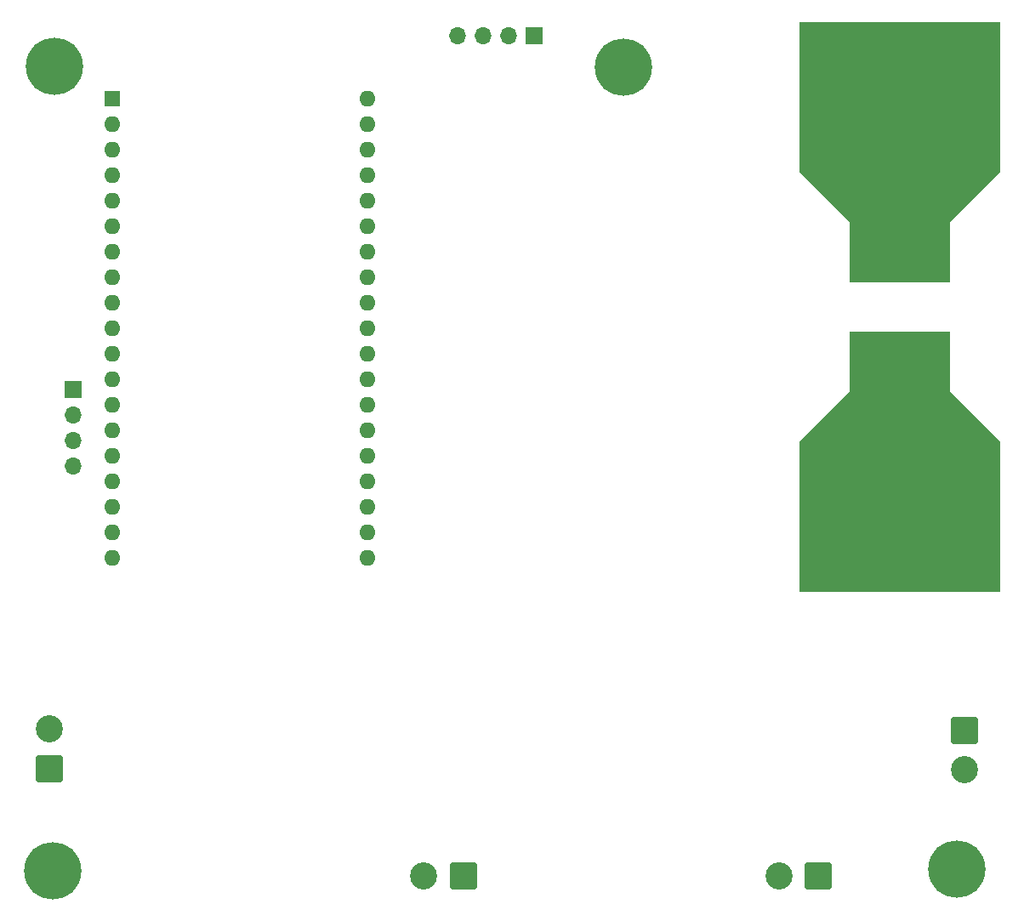
<source format=gbr>
%TF.GenerationSoftware,KiCad,Pcbnew,8.0.3*%
%TF.CreationDate,2024-06-10T17:44:00+09:00*%
%TF.ProjectId,ESP32_Master,45535033-325f-44d6-9173-7465722e6b69,rev?*%
%TF.SameCoordinates,Original*%
%TF.FileFunction,Soldermask,Bot*%
%TF.FilePolarity,Negative*%
%FSLAX46Y46*%
G04 Gerber Fmt 4.6, Leading zero omitted, Abs format (unit mm)*
G04 Created by KiCad (PCBNEW 8.0.3) date 2024-06-10 17:44:00*
%MOMM*%
%LPD*%
G01*
G04 APERTURE LIST*
G04 Aperture macros list*
%AMRoundRect*
0 Rectangle with rounded corners*
0 $1 Rounding radius*
0 $2 $3 $4 $5 $6 $7 $8 $9 X,Y pos of 4 corners*
0 Add a 4 corners polygon primitive as box body*
4,1,4,$2,$3,$4,$5,$6,$7,$8,$9,$2,$3,0*
0 Add four circle primitives for the rounded corners*
1,1,$1+$1,$2,$3*
1,1,$1+$1,$4,$5*
1,1,$1+$1,$6,$7*
1,1,$1+$1,$8,$9*
0 Add four rect primitives between the rounded corners*
20,1,$1+$1,$2,$3,$4,$5,0*
20,1,$1+$1,$4,$5,$6,$7,0*
20,1,$1+$1,$6,$7,$8,$9,0*
20,1,$1+$1,$8,$9,$2,$3,0*%
%AMOutline4P*
0 Free polygon, 4 corners , with rotation*
0 The origin of the aperture is its center*
0 number of corners: always 4*
0 $1 to $8 corner X, Y*
0 $9 Rotation angle, in degrees counterclockwise*
0 create outline with 4 corners*
4,1,4,$1,$2,$3,$4,$5,$6,$7,$8,$1,$2,$9*%
G04 Aperture macros list end*
%ADD10RoundRect,0.250001X1.099999X1.099999X-1.099999X1.099999X-1.099999X-1.099999X1.099999X-1.099999X0*%
%ADD11C,2.700000*%
%ADD12R,20.000000X15.000000*%
%ADD13Outline4P,-10.000000X-2.500000X10.000000X-2.500000X5.000000X2.500000X-5.000000X2.500000X0.000000*%
%ADD14R,10.000000X6.000000*%
%ADD15Outline4P,-10.000000X-2.500000X10.000000X-2.500000X5.000000X2.500000X-5.000000X2.500000X180.000000*%
%ADD16C,5.700000*%
%ADD17R,1.700000X1.700000*%
%ADD18O,1.700000X1.700000*%
%ADD19R,1.600000X1.600000*%
%ADD20O,1.600000X1.600000*%
%ADD21RoundRect,0.250001X1.099999X-1.099999X1.099999X1.099999X-1.099999X1.099999X-1.099999X-1.099999X0*%
%ADD22RoundRect,0.250001X-1.099999X1.099999X-1.099999X-1.099999X1.099999X-1.099999X1.099999X1.099999X0*%
G04 APERTURE END LIST*
D10*
%TO.C,J7*%
X131200000Y-145650000D03*
D11*
X127240000Y-145650000D03*
%TD*%
D12*
%TO.C,R13*%
X139275000Y-109900000D03*
D13*
X139275000Y-99900000D03*
D14*
X139275000Y-94400000D03*
X139275000Y-83600000D03*
D15*
X139275000Y-78100000D03*
D12*
X139275000Y-68100000D03*
%TD*%
D16*
%TO.C,J12*%
X55000000Y-145100000D03*
%TD*%
D17*
%TO.C,J2*%
X102900000Y-62000000D03*
D18*
X100360000Y-62000000D03*
X97820000Y-62000000D03*
X95280000Y-62000000D03*
%TD*%
D16*
%TO.C,J10*%
X145000000Y-145000000D03*
%TD*%
D17*
%TO.C,J6*%
X57000000Y-97260000D03*
D18*
X57000000Y-99800000D03*
X57000000Y-102340000D03*
X57000000Y-104880000D03*
%TD*%
D10*
%TO.C,J3*%
X95837500Y-145610000D03*
D11*
X91877500Y-145610000D03*
%TD*%
D19*
%TO.C,U8*%
X60900000Y-68240000D03*
D20*
X60900000Y-70780000D03*
X60900000Y-73320000D03*
X60900000Y-75860000D03*
X60900000Y-78400000D03*
X60900000Y-80940000D03*
X60900000Y-83480000D03*
X60900000Y-86020000D03*
X60900000Y-88560000D03*
X60900000Y-91100000D03*
X60900000Y-93640000D03*
X60900000Y-96180000D03*
X60900000Y-98720000D03*
X60900000Y-101260000D03*
X60900000Y-103800000D03*
X60900000Y-106340000D03*
X60900000Y-108880000D03*
X60900000Y-111420000D03*
X60900000Y-113960000D03*
X86300000Y-113960000D03*
X86300000Y-111420000D03*
X86300000Y-108880000D03*
X86300000Y-106340000D03*
X86300000Y-103800000D03*
X86300000Y-101260000D03*
X86300000Y-98720000D03*
X86300000Y-96180000D03*
X86300000Y-93640000D03*
X86300000Y-91100000D03*
X86300000Y-88560000D03*
X86300000Y-86020000D03*
X86300000Y-83480000D03*
X86300000Y-80940000D03*
X86300000Y-78400000D03*
X86300000Y-75860000D03*
X86300000Y-73320000D03*
X86300000Y-70780000D03*
X86300000Y-68240000D03*
%TD*%
D21*
%TO.C,J1*%
X54630000Y-134980000D03*
D11*
X54630000Y-131020000D03*
%TD*%
D16*
%TO.C,J11*%
X55100000Y-65042500D03*
%TD*%
D22*
%TO.C,J8*%
X145750000Y-131142500D03*
D11*
X145750000Y-135102500D03*
%TD*%
D16*
%TO.C,J9*%
X111800000Y-65100000D03*
%TD*%
M02*

</source>
